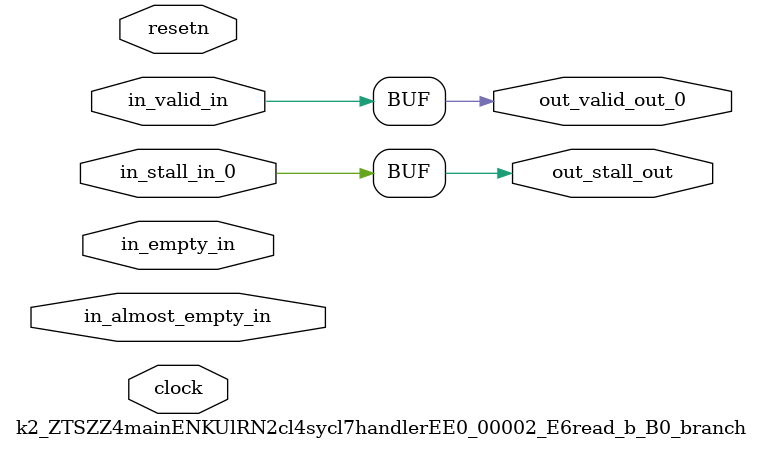
<source format=sv>



(* altera_attribute = "-name AUTO_SHIFT_REGISTER_RECOGNITION OFF; -name MESSAGE_DISABLE 10036; -name MESSAGE_DISABLE 10037; -name MESSAGE_DISABLE 14130; -name MESSAGE_DISABLE 14320; -name MESSAGE_DISABLE 15400; -name MESSAGE_DISABLE 14130; -name MESSAGE_DISABLE 10036; -name MESSAGE_DISABLE 12020; -name MESSAGE_DISABLE 12030; -name MESSAGE_DISABLE 12010; -name MESSAGE_DISABLE 12110; -name MESSAGE_DISABLE 14320; -name MESSAGE_DISABLE 13410; -name MESSAGE_DISABLE 113007; -name MESSAGE_DISABLE 10958" *)
module k2_ZTSZZ4mainENKUlRN2cl4sycl7handlerEE0_00002_E6read_b_B0_branch (
    input wire [0:0] in_almost_empty_in,
    input wire [0:0] in_empty_in,
    input wire [0:0] in_stall_in_0,
    input wire [0:0] in_valid_in,
    output wire [0:0] out_stall_out,
    output wire [0:0] out_valid_out_0,
    input wire clock,
    input wire resetn
    );

    reg [0:0] rst_sync_rst_sclrn;


    // out_stall_out(GPOUT,6)
    assign out_stall_out = in_stall_in_0;

    // out_valid_out_0(GPOUT,7)
    assign out_valid_out_0 = in_valid_in;

    // rst_sync(RESETSYNC,8)
    acl_reset_handler #(
        .ASYNC_RESET(0),
        .USE_SYNCHRONIZER(1),
        .PULSE_EXTENSION(0),
        .PIPE_DEPTH(3),
        .DUPLICATE(1)
    ) therst_sync (
        .clk(clock),
        .i_resetn(resetn),
        .o_sclrn(rst_sync_rst_sclrn)
    );

endmodule

</source>
